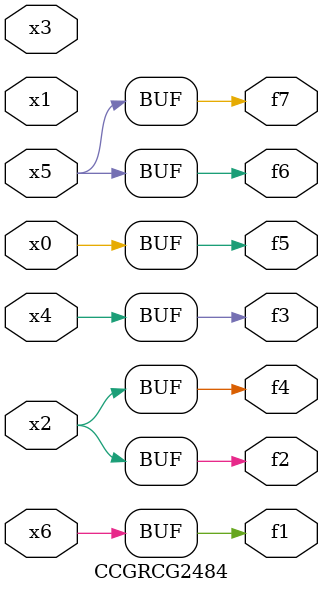
<source format=v>
module CCGRCG2484(
	input x0, x1, x2, x3, x4, x5, x6,
	output f1, f2, f3, f4, f5, f6, f7
);
	assign f1 = x6;
	assign f2 = x2;
	assign f3 = x4;
	assign f4 = x2;
	assign f5 = x0;
	assign f6 = x5;
	assign f7 = x5;
endmodule

</source>
